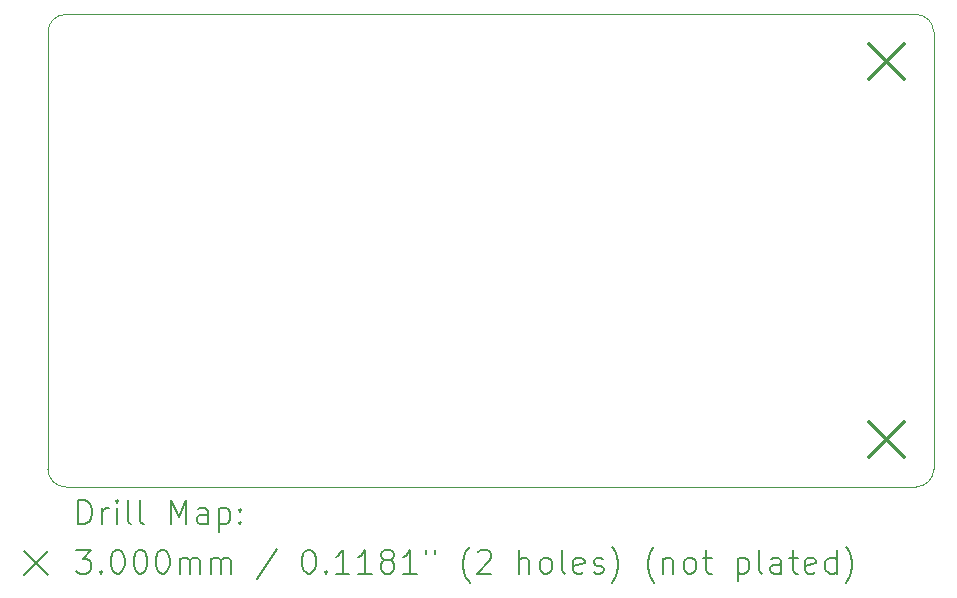
<source format=gbr>
%TF.GenerationSoftware,KiCad,Pcbnew,8.0.6*%
%TF.CreationDate,2024-12-30T16:19:12+01:00*%
%TF.ProjectId,pico-glitcher-v2.1-extension,7069636f-2d67-46c6-9974-636865722d76,rev?*%
%TF.SameCoordinates,PX3d09000PY6590fa0*%
%TF.FileFunction,Drillmap*%
%TF.FilePolarity,Positive*%
%FSLAX45Y45*%
G04 Gerber Fmt 4.5, Leading zero omitted, Abs format (unit mm)*
G04 Created by KiCad (PCBNEW 8.0.6) date 2024-12-30 16:19:12*
%MOMM*%
%LPD*%
G01*
G04 APERTURE LIST*
%ADD10C,0.050000*%
%ADD11C,0.200000*%
%ADD12C,0.300000*%
G04 APERTURE END LIST*
D10*
X7350000Y4000000D02*
G75*
G02*
X7500000Y3850000I0J-150000D01*
G01*
X7500000Y150000D02*
X7500000Y3850000D01*
X0Y3850000D02*
X0Y150000D01*
X0Y3850000D02*
G75*
G02*
X150000Y4000000I150000J0D01*
G01*
X7500000Y150000D02*
G75*
G02*
X7350000Y0I-150000J0D01*
G01*
X150000Y0D02*
G75*
G02*
X0Y150000I0J150000D01*
G01*
X7350000Y4000000D02*
X150000Y4000000D01*
X150000Y0D02*
X7350000Y0D01*
D11*
D12*
X6950000Y3750000D02*
X7250000Y3450000D01*
X7250000Y3750000D02*
X6950000Y3450000D01*
X6950000Y550000D02*
X7250000Y250000D01*
X7250000Y550000D02*
X6950000Y250000D01*
D11*
X258277Y-313984D02*
X258277Y-113984D01*
X258277Y-113984D02*
X305896Y-113984D01*
X305896Y-113984D02*
X334467Y-123508D01*
X334467Y-123508D02*
X353515Y-142555D01*
X353515Y-142555D02*
X363039Y-161603D01*
X363039Y-161603D02*
X372562Y-199698D01*
X372562Y-199698D02*
X372562Y-228269D01*
X372562Y-228269D02*
X363039Y-266365D01*
X363039Y-266365D02*
X353515Y-285412D01*
X353515Y-285412D02*
X334467Y-304460D01*
X334467Y-304460D02*
X305896Y-313984D01*
X305896Y-313984D02*
X258277Y-313984D01*
X458277Y-313984D02*
X458277Y-180650D01*
X458277Y-218746D02*
X467801Y-199698D01*
X467801Y-199698D02*
X477324Y-190174D01*
X477324Y-190174D02*
X496372Y-180650D01*
X496372Y-180650D02*
X515420Y-180650D01*
X582086Y-313984D02*
X582086Y-180650D01*
X582086Y-113984D02*
X572563Y-123508D01*
X572563Y-123508D02*
X582086Y-133031D01*
X582086Y-133031D02*
X591610Y-123508D01*
X591610Y-123508D02*
X582086Y-113984D01*
X582086Y-113984D02*
X582086Y-133031D01*
X705896Y-313984D02*
X686848Y-304460D01*
X686848Y-304460D02*
X677324Y-285412D01*
X677324Y-285412D02*
X677324Y-113984D01*
X810658Y-313984D02*
X791610Y-304460D01*
X791610Y-304460D02*
X782086Y-285412D01*
X782086Y-285412D02*
X782086Y-113984D01*
X1039229Y-313984D02*
X1039229Y-113984D01*
X1039229Y-113984D02*
X1105896Y-256841D01*
X1105896Y-256841D02*
X1172563Y-113984D01*
X1172563Y-113984D02*
X1172563Y-313984D01*
X1353515Y-313984D02*
X1353515Y-209222D01*
X1353515Y-209222D02*
X1343991Y-190174D01*
X1343991Y-190174D02*
X1324944Y-180650D01*
X1324944Y-180650D02*
X1286848Y-180650D01*
X1286848Y-180650D02*
X1267801Y-190174D01*
X1353515Y-304460D02*
X1334467Y-313984D01*
X1334467Y-313984D02*
X1286848Y-313984D01*
X1286848Y-313984D02*
X1267801Y-304460D01*
X1267801Y-304460D02*
X1258277Y-285412D01*
X1258277Y-285412D02*
X1258277Y-266365D01*
X1258277Y-266365D02*
X1267801Y-247317D01*
X1267801Y-247317D02*
X1286848Y-237793D01*
X1286848Y-237793D02*
X1334467Y-237793D01*
X1334467Y-237793D02*
X1353515Y-228269D01*
X1448753Y-180650D02*
X1448753Y-380650D01*
X1448753Y-190174D02*
X1467801Y-180650D01*
X1467801Y-180650D02*
X1505896Y-180650D01*
X1505896Y-180650D02*
X1524943Y-190174D01*
X1524943Y-190174D02*
X1534467Y-199698D01*
X1534467Y-199698D02*
X1543991Y-218746D01*
X1543991Y-218746D02*
X1543991Y-275889D01*
X1543991Y-275889D02*
X1534467Y-294936D01*
X1534467Y-294936D02*
X1524943Y-304460D01*
X1524943Y-304460D02*
X1505896Y-313984D01*
X1505896Y-313984D02*
X1467801Y-313984D01*
X1467801Y-313984D02*
X1448753Y-304460D01*
X1629705Y-294936D02*
X1639229Y-304460D01*
X1639229Y-304460D02*
X1629705Y-313984D01*
X1629705Y-313984D02*
X1620182Y-304460D01*
X1620182Y-304460D02*
X1629705Y-294936D01*
X1629705Y-294936D02*
X1629705Y-313984D01*
X1629705Y-190174D02*
X1639229Y-199698D01*
X1639229Y-199698D02*
X1629705Y-209222D01*
X1629705Y-209222D02*
X1620182Y-199698D01*
X1620182Y-199698D02*
X1629705Y-190174D01*
X1629705Y-190174D02*
X1629705Y-209222D01*
X-202500Y-542500D02*
X-2500Y-742500D01*
X-2500Y-542500D02*
X-202500Y-742500D01*
X239229Y-533984D02*
X363039Y-533984D01*
X363039Y-533984D02*
X296372Y-610174D01*
X296372Y-610174D02*
X324944Y-610174D01*
X324944Y-610174D02*
X343991Y-619698D01*
X343991Y-619698D02*
X353515Y-629222D01*
X353515Y-629222D02*
X363039Y-648270D01*
X363039Y-648270D02*
X363039Y-695889D01*
X363039Y-695889D02*
X353515Y-714936D01*
X353515Y-714936D02*
X343991Y-724460D01*
X343991Y-724460D02*
X324944Y-733984D01*
X324944Y-733984D02*
X267801Y-733984D01*
X267801Y-733984D02*
X248753Y-724460D01*
X248753Y-724460D02*
X239229Y-714936D01*
X448753Y-714936D02*
X458277Y-724460D01*
X458277Y-724460D02*
X448753Y-733984D01*
X448753Y-733984D02*
X439229Y-724460D01*
X439229Y-724460D02*
X448753Y-714936D01*
X448753Y-714936D02*
X448753Y-733984D01*
X582086Y-533984D02*
X601134Y-533984D01*
X601134Y-533984D02*
X620182Y-543508D01*
X620182Y-543508D02*
X629705Y-553031D01*
X629705Y-553031D02*
X639229Y-572079D01*
X639229Y-572079D02*
X648753Y-610174D01*
X648753Y-610174D02*
X648753Y-657793D01*
X648753Y-657793D02*
X639229Y-695889D01*
X639229Y-695889D02*
X629705Y-714936D01*
X629705Y-714936D02*
X620182Y-724460D01*
X620182Y-724460D02*
X601134Y-733984D01*
X601134Y-733984D02*
X582086Y-733984D01*
X582086Y-733984D02*
X563039Y-724460D01*
X563039Y-724460D02*
X553515Y-714936D01*
X553515Y-714936D02*
X543991Y-695889D01*
X543991Y-695889D02*
X534467Y-657793D01*
X534467Y-657793D02*
X534467Y-610174D01*
X534467Y-610174D02*
X543991Y-572079D01*
X543991Y-572079D02*
X553515Y-553031D01*
X553515Y-553031D02*
X563039Y-543508D01*
X563039Y-543508D02*
X582086Y-533984D01*
X772562Y-533984D02*
X791610Y-533984D01*
X791610Y-533984D02*
X810658Y-543508D01*
X810658Y-543508D02*
X820182Y-553031D01*
X820182Y-553031D02*
X829705Y-572079D01*
X829705Y-572079D02*
X839229Y-610174D01*
X839229Y-610174D02*
X839229Y-657793D01*
X839229Y-657793D02*
X829705Y-695889D01*
X829705Y-695889D02*
X820182Y-714936D01*
X820182Y-714936D02*
X810658Y-724460D01*
X810658Y-724460D02*
X791610Y-733984D01*
X791610Y-733984D02*
X772562Y-733984D01*
X772562Y-733984D02*
X753515Y-724460D01*
X753515Y-724460D02*
X743991Y-714936D01*
X743991Y-714936D02*
X734467Y-695889D01*
X734467Y-695889D02*
X724943Y-657793D01*
X724943Y-657793D02*
X724943Y-610174D01*
X724943Y-610174D02*
X734467Y-572079D01*
X734467Y-572079D02*
X743991Y-553031D01*
X743991Y-553031D02*
X753515Y-543508D01*
X753515Y-543508D02*
X772562Y-533984D01*
X963039Y-533984D02*
X982086Y-533984D01*
X982086Y-533984D02*
X1001134Y-543508D01*
X1001134Y-543508D02*
X1010658Y-553031D01*
X1010658Y-553031D02*
X1020182Y-572079D01*
X1020182Y-572079D02*
X1029705Y-610174D01*
X1029705Y-610174D02*
X1029705Y-657793D01*
X1029705Y-657793D02*
X1020182Y-695889D01*
X1020182Y-695889D02*
X1010658Y-714936D01*
X1010658Y-714936D02*
X1001134Y-724460D01*
X1001134Y-724460D02*
X982086Y-733984D01*
X982086Y-733984D02*
X963039Y-733984D01*
X963039Y-733984D02*
X943991Y-724460D01*
X943991Y-724460D02*
X934467Y-714936D01*
X934467Y-714936D02*
X924943Y-695889D01*
X924943Y-695889D02*
X915420Y-657793D01*
X915420Y-657793D02*
X915420Y-610174D01*
X915420Y-610174D02*
X924943Y-572079D01*
X924943Y-572079D02*
X934467Y-553031D01*
X934467Y-553031D02*
X943991Y-543508D01*
X943991Y-543508D02*
X963039Y-533984D01*
X1115420Y-733984D02*
X1115420Y-600650D01*
X1115420Y-619698D02*
X1124944Y-610174D01*
X1124944Y-610174D02*
X1143991Y-600650D01*
X1143991Y-600650D02*
X1172563Y-600650D01*
X1172563Y-600650D02*
X1191610Y-610174D01*
X1191610Y-610174D02*
X1201134Y-629222D01*
X1201134Y-629222D02*
X1201134Y-733984D01*
X1201134Y-629222D02*
X1210658Y-610174D01*
X1210658Y-610174D02*
X1229705Y-600650D01*
X1229705Y-600650D02*
X1258277Y-600650D01*
X1258277Y-600650D02*
X1277325Y-610174D01*
X1277325Y-610174D02*
X1286848Y-629222D01*
X1286848Y-629222D02*
X1286848Y-733984D01*
X1382086Y-733984D02*
X1382086Y-600650D01*
X1382086Y-619698D02*
X1391610Y-610174D01*
X1391610Y-610174D02*
X1410658Y-600650D01*
X1410658Y-600650D02*
X1439229Y-600650D01*
X1439229Y-600650D02*
X1458277Y-610174D01*
X1458277Y-610174D02*
X1467801Y-629222D01*
X1467801Y-629222D02*
X1467801Y-733984D01*
X1467801Y-629222D02*
X1477324Y-610174D01*
X1477324Y-610174D02*
X1496372Y-600650D01*
X1496372Y-600650D02*
X1524943Y-600650D01*
X1524943Y-600650D02*
X1543991Y-610174D01*
X1543991Y-610174D02*
X1553515Y-629222D01*
X1553515Y-629222D02*
X1553515Y-733984D01*
X1943991Y-524460D02*
X1772563Y-781603D01*
X2201134Y-533984D02*
X2220182Y-533984D01*
X2220182Y-533984D02*
X2239229Y-543508D01*
X2239229Y-543508D02*
X2248753Y-553031D01*
X2248753Y-553031D02*
X2258277Y-572079D01*
X2258277Y-572079D02*
X2267801Y-610174D01*
X2267801Y-610174D02*
X2267801Y-657793D01*
X2267801Y-657793D02*
X2258277Y-695889D01*
X2258277Y-695889D02*
X2248753Y-714936D01*
X2248753Y-714936D02*
X2239229Y-724460D01*
X2239229Y-724460D02*
X2220182Y-733984D01*
X2220182Y-733984D02*
X2201134Y-733984D01*
X2201134Y-733984D02*
X2182087Y-724460D01*
X2182087Y-724460D02*
X2172563Y-714936D01*
X2172563Y-714936D02*
X2163039Y-695889D01*
X2163039Y-695889D02*
X2153515Y-657793D01*
X2153515Y-657793D02*
X2153515Y-610174D01*
X2153515Y-610174D02*
X2163039Y-572079D01*
X2163039Y-572079D02*
X2172563Y-553031D01*
X2172563Y-553031D02*
X2182087Y-543508D01*
X2182087Y-543508D02*
X2201134Y-533984D01*
X2353515Y-714936D02*
X2363039Y-724460D01*
X2363039Y-724460D02*
X2353515Y-733984D01*
X2353515Y-733984D02*
X2343991Y-724460D01*
X2343991Y-724460D02*
X2353515Y-714936D01*
X2353515Y-714936D02*
X2353515Y-733984D01*
X2553515Y-733984D02*
X2439229Y-733984D01*
X2496372Y-733984D02*
X2496372Y-533984D01*
X2496372Y-533984D02*
X2477325Y-562555D01*
X2477325Y-562555D02*
X2458277Y-581603D01*
X2458277Y-581603D02*
X2439229Y-591127D01*
X2743991Y-733984D02*
X2629706Y-733984D01*
X2686848Y-733984D02*
X2686848Y-533984D01*
X2686848Y-533984D02*
X2667801Y-562555D01*
X2667801Y-562555D02*
X2648753Y-581603D01*
X2648753Y-581603D02*
X2629706Y-591127D01*
X2858277Y-619698D02*
X2839229Y-610174D01*
X2839229Y-610174D02*
X2829706Y-600650D01*
X2829706Y-600650D02*
X2820182Y-581603D01*
X2820182Y-581603D02*
X2820182Y-572079D01*
X2820182Y-572079D02*
X2829706Y-553031D01*
X2829706Y-553031D02*
X2839229Y-543508D01*
X2839229Y-543508D02*
X2858277Y-533984D01*
X2858277Y-533984D02*
X2896372Y-533984D01*
X2896372Y-533984D02*
X2915420Y-543508D01*
X2915420Y-543508D02*
X2924944Y-553031D01*
X2924944Y-553031D02*
X2934467Y-572079D01*
X2934467Y-572079D02*
X2934467Y-581603D01*
X2934467Y-581603D02*
X2924944Y-600650D01*
X2924944Y-600650D02*
X2915420Y-610174D01*
X2915420Y-610174D02*
X2896372Y-619698D01*
X2896372Y-619698D02*
X2858277Y-619698D01*
X2858277Y-619698D02*
X2839229Y-629222D01*
X2839229Y-629222D02*
X2829706Y-638746D01*
X2829706Y-638746D02*
X2820182Y-657793D01*
X2820182Y-657793D02*
X2820182Y-695889D01*
X2820182Y-695889D02*
X2829706Y-714936D01*
X2829706Y-714936D02*
X2839229Y-724460D01*
X2839229Y-724460D02*
X2858277Y-733984D01*
X2858277Y-733984D02*
X2896372Y-733984D01*
X2896372Y-733984D02*
X2915420Y-724460D01*
X2915420Y-724460D02*
X2924944Y-714936D01*
X2924944Y-714936D02*
X2934467Y-695889D01*
X2934467Y-695889D02*
X2934467Y-657793D01*
X2934467Y-657793D02*
X2924944Y-638746D01*
X2924944Y-638746D02*
X2915420Y-629222D01*
X2915420Y-629222D02*
X2896372Y-619698D01*
X3124944Y-733984D02*
X3010658Y-733984D01*
X3067801Y-733984D02*
X3067801Y-533984D01*
X3067801Y-533984D02*
X3048753Y-562555D01*
X3048753Y-562555D02*
X3029706Y-581603D01*
X3029706Y-581603D02*
X3010658Y-591127D01*
X3201134Y-533984D02*
X3201134Y-572079D01*
X3277325Y-533984D02*
X3277325Y-572079D01*
X3572563Y-810174D02*
X3563039Y-800650D01*
X3563039Y-800650D02*
X3543991Y-772079D01*
X3543991Y-772079D02*
X3534468Y-753031D01*
X3534468Y-753031D02*
X3524944Y-724460D01*
X3524944Y-724460D02*
X3515420Y-676841D01*
X3515420Y-676841D02*
X3515420Y-638746D01*
X3515420Y-638746D02*
X3524944Y-591127D01*
X3524944Y-591127D02*
X3534468Y-562555D01*
X3534468Y-562555D02*
X3543991Y-543508D01*
X3543991Y-543508D02*
X3563039Y-514936D01*
X3563039Y-514936D02*
X3572563Y-505412D01*
X3639229Y-553031D02*
X3648753Y-543508D01*
X3648753Y-543508D02*
X3667801Y-533984D01*
X3667801Y-533984D02*
X3715420Y-533984D01*
X3715420Y-533984D02*
X3734468Y-543508D01*
X3734468Y-543508D02*
X3743991Y-553031D01*
X3743991Y-553031D02*
X3753515Y-572079D01*
X3753515Y-572079D02*
X3753515Y-591127D01*
X3753515Y-591127D02*
X3743991Y-619698D01*
X3743991Y-619698D02*
X3629706Y-733984D01*
X3629706Y-733984D02*
X3753515Y-733984D01*
X3991610Y-733984D02*
X3991610Y-533984D01*
X4077325Y-733984D02*
X4077325Y-629222D01*
X4077325Y-629222D02*
X4067801Y-610174D01*
X4067801Y-610174D02*
X4048753Y-600650D01*
X4048753Y-600650D02*
X4020182Y-600650D01*
X4020182Y-600650D02*
X4001134Y-610174D01*
X4001134Y-610174D02*
X3991610Y-619698D01*
X4201134Y-733984D02*
X4182087Y-724460D01*
X4182087Y-724460D02*
X4172563Y-714936D01*
X4172563Y-714936D02*
X4163039Y-695889D01*
X4163039Y-695889D02*
X4163039Y-638746D01*
X4163039Y-638746D02*
X4172563Y-619698D01*
X4172563Y-619698D02*
X4182087Y-610174D01*
X4182087Y-610174D02*
X4201134Y-600650D01*
X4201134Y-600650D02*
X4229706Y-600650D01*
X4229706Y-600650D02*
X4248753Y-610174D01*
X4248753Y-610174D02*
X4258277Y-619698D01*
X4258277Y-619698D02*
X4267801Y-638746D01*
X4267801Y-638746D02*
X4267801Y-695889D01*
X4267801Y-695889D02*
X4258277Y-714936D01*
X4258277Y-714936D02*
X4248753Y-724460D01*
X4248753Y-724460D02*
X4229706Y-733984D01*
X4229706Y-733984D02*
X4201134Y-733984D01*
X4382087Y-733984D02*
X4363039Y-724460D01*
X4363039Y-724460D02*
X4353515Y-705412D01*
X4353515Y-705412D02*
X4353515Y-533984D01*
X4534468Y-724460D02*
X4515420Y-733984D01*
X4515420Y-733984D02*
X4477325Y-733984D01*
X4477325Y-733984D02*
X4458277Y-724460D01*
X4458277Y-724460D02*
X4448753Y-705412D01*
X4448753Y-705412D02*
X4448753Y-629222D01*
X4448753Y-629222D02*
X4458277Y-610174D01*
X4458277Y-610174D02*
X4477325Y-600650D01*
X4477325Y-600650D02*
X4515420Y-600650D01*
X4515420Y-600650D02*
X4534468Y-610174D01*
X4534468Y-610174D02*
X4543992Y-629222D01*
X4543992Y-629222D02*
X4543992Y-648270D01*
X4543992Y-648270D02*
X4448753Y-667317D01*
X4620182Y-724460D02*
X4639230Y-733984D01*
X4639230Y-733984D02*
X4677325Y-733984D01*
X4677325Y-733984D02*
X4696373Y-724460D01*
X4696373Y-724460D02*
X4705896Y-705412D01*
X4705896Y-705412D02*
X4705896Y-695889D01*
X4705896Y-695889D02*
X4696373Y-676841D01*
X4696373Y-676841D02*
X4677325Y-667317D01*
X4677325Y-667317D02*
X4648753Y-667317D01*
X4648753Y-667317D02*
X4629706Y-657793D01*
X4629706Y-657793D02*
X4620182Y-638746D01*
X4620182Y-638746D02*
X4620182Y-629222D01*
X4620182Y-629222D02*
X4629706Y-610174D01*
X4629706Y-610174D02*
X4648753Y-600650D01*
X4648753Y-600650D02*
X4677325Y-600650D01*
X4677325Y-600650D02*
X4696373Y-610174D01*
X4772563Y-810174D02*
X4782087Y-800650D01*
X4782087Y-800650D02*
X4801134Y-772079D01*
X4801134Y-772079D02*
X4810658Y-753031D01*
X4810658Y-753031D02*
X4820182Y-724460D01*
X4820182Y-724460D02*
X4829706Y-676841D01*
X4829706Y-676841D02*
X4829706Y-638746D01*
X4829706Y-638746D02*
X4820182Y-591127D01*
X4820182Y-591127D02*
X4810658Y-562555D01*
X4810658Y-562555D02*
X4801134Y-543508D01*
X4801134Y-543508D02*
X4782087Y-514936D01*
X4782087Y-514936D02*
X4772563Y-505412D01*
X5134468Y-810174D02*
X5124944Y-800650D01*
X5124944Y-800650D02*
X5105896Y-772079D01*
X5105896Y-772079D02*
X5096373Y-753031D01*
X5096373Y-753031D02*
X5086849Y-724460D01*
X5086849Y-724460D02*
X5077325Y-676841D01*
X5077325Y-676841D02*
X5077325Y-638746D01*
X5077325Y-638746D02*
X5086849Y-591127D01*
X5086849Y-591127D02*
X5096373Y-562555D01*
X5096373Y-562555D02*
X5105896Y-543508D01*
X5105896Y-543508D02*
X5124944Y-514936D01*
X5124944Y-514936D02*
X5134468Y-505412D01*
X5210658Y-600650D02*
X5210658Y-733984D01*
X5210658Y-619698D02*
X5220182Y-610174D01*
X5220182Y-610174D02*
X5239230Y-600650D01*
X5239230Y-600650D02*
X5267801Y-600650D01*
X5267801Y-600650D02*
X5286849Y-610174D01*
X5286849Y-610174D02*
X5296373Y-629222D01*
X5296373Y-629222D02*
X5296373Y-733984D01*
X5420182Y-733984D02*
X5401134Y-724460D01*
X5401134Y-724460D02*
X5391611Y-714936D01*
X5391611Y-714936D02*
X5382087Y-695889D01*
X5382087Y-695889D02*
X5382087Y-638746D01*
X5382087Y-638746D02*
X5391611Y-619698D01*
X5391611Y-619698D02*
X5401134Y-610174D01*
X5401134Y-610174D02*
X5420182Y-600650D01*
X5420182Y-600650D02*
X5448754Y-600650D01*
X5448754Y-600650D02*
X5467801Y-610174D01*
X5467801Y-610174D02*
X5477325Y-619698D01*
X5477325Y-619698D02*
X5486849Y-638746D01*
X5486849Y-638746D02*
X5486849Y-695889D01*
X5486849Y-695889D02*
X5477325Y-714936D01*
X5477325Y-714936D02*
X5467801Y-724460D01*
X5467801Y-724460D02*
X5448754Y-733984D01*
X5448754Y-733984D02*
X5420182Y-733984D01*
X5543992Y-600650D02*
X5620182Y-600650D01*
X5572563Y-533984D02*
X5572563Y-705412D01*
X5572563Y-705412D02*
X5582087Y-724460D01*
X5582087Y-724460D02*
X5601134Y-733984D01*
X5601134Y-733984D02*
X5620182Y-733984D01*
X5839230Y-600650D02*
X5839230Y-800650D01*
X5839230Y-610174D02*
X5858277Y-600650D01*
X5858277Y-600650D02*
X5896373Y-600650D01*
X5896373Y-600650D02*
X5915420Y-610174D01*
X5915420Y-610174D02*
X5924944Y-619698D01*
X5924944Y-619698D02*
X5934468Y-638746D01*
X5934468Y-638746D02*
X5934468Y-695889D01*
X5934468Y-695889D02*
X5924944Y-714936D01*
X5924944Y-714936D02*
X5915420Y-724460D01*
X5915420Y-724460D02*
X5896373Y-733984D01*
X5896373Y-733984D02*
X5858277Y-733984D01*
X5858277Y-733984D02*
X5839230Y-724460D01*
X6048753Y-733984D02*
X6029706Y-724460D01*
X6029706Y-724460D02*
X6020182Y-705412D01*
X6020182Y-705412D02*
X6020182Y-533984D01*
X6210658Y-733984D02*
X6210658Y-629222D01*
X6210658Y-629222D02*
X6201134Y-610174D01*
X6201134Y-610174D02*
X6182087Y-600650D01*
X6182087Y-600650D02*
X6143992Y-600650D01*
X6143992Y-600650D02*
X6124944Y-610174D01*
X6210658Y-724460D02*
X6191611Y-733984D01*
X6191611Y-733984D02*
X6143992Y-733984D01*
X6143992Y-733984D02*
X6124944Y-724460D01*
X6124944Y-724460D02*
X6115420Y-705412D01*
X6115420Y-705412D02*
X6115420Y-686365D01*
X6115420Y-686365D02*
X6124944Y-667317D01*
X6124944Y-667317D02*
X6143992Y-657793D01*
X6143992Y-657793D02*
X6191611Y-657793D01*
X6191611Y-657793D02*
X6210658Y-648270D01*
X6277325Y-600650D02*
X6353515Y-600650D01*
X6305896Y-533984D02*
X6305896Y-705412D01*
X6305896Y-705412D02*
X6315420Y-724460D01*
X6315420Y-724460D02*
X6334468Y-733984D01*
X6334468Y-733984D02*
X6353515Y-733984D01*
X6496373Y-724460D02*
X6477325Y-733984D01*
X6477325Y-733984D02*
X6439230Y-733984D01*
X6439230Y-733984D02*
X6420182Y-724460D01*
X6420182Y-724460D02*
X6410658Y-705412D01*
X6410658Y-705412D02*
X6410658Y-629222D01*
X6410658Y-629222D02*
X6420182Y-610174D01*
X6420182Y-610174D02*
X6439230Y-600650D01*
X6439230Y-600650D02*
X6477325Y-600650D01*
X6477325Y-600650D02*
X6496373Y-610174D01*
X6496373Y-610174D02*
X6505896Y-629222D01*
X6505896Y-629222D02*
X6505896Y-648270D01*
X6505896Y-648270D02*
X6410658Y-667317D01*
X6677325Y-733984D02*
X6677325Y-533984D01*
X6677325Y-724460D02*
X6658277Y-733984D01*
X6658277Y-733984D02*
X6620182Y-733984D01*
X6620182Y-733984D02*
X6601134Y-724460D01*
X6601134Y-724460D02*
X6591611Y-714936D01*
X6591611Y-714936D02*
X6582087Y-695889D01*
X6582087Y-695889D02*
X6582087Y-638746D01*
X6582087Y-638746D02*
X6591611Y-619698D01*
X6591611Y-619698D02*
X6601134Y-610174D01*
X6601134Y-610174D02*
X6620182Y-600650D01*
X6620182Y-600650D02*
X6658277Y-600650D01*
X6658277Y-600650D02*
X6677325Y-610174D01*
X6753515Y-810174D02*
X6763039Y-800650D01*
X6763039Y-800650D02*
X6782087Y-772079D01*
X6782087Y-772079D02*
X6791611Y-753031D01*
X6791611Y-753031D02*
X6801134Y-724460D01*
X6801134Y-724460D02*
X6810658Y-676841D01*
X6810658Y-676841D02*
X6810658Y-638746D01*
X6810658Y-638746D02*
X6801134Y-591127D01*
X6801134Y-591127D02*
X6791611Y-562555D01*
X6791611Y-562555D02*
X6782087Y-543508D01*
X6782087Y-543508D02*
X6763039Y-514936D01*
X6763039Y-514936D02*
X6753515Y-505412D01*
M02*

</source>
